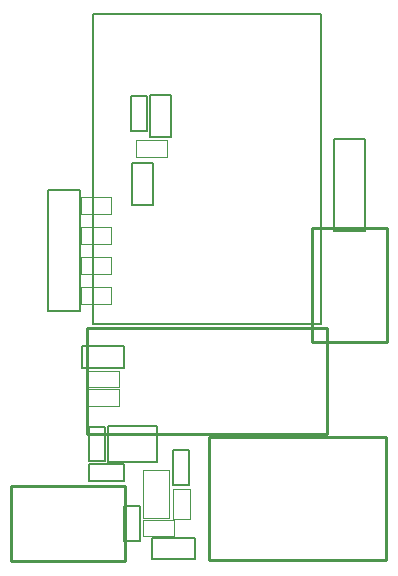
<source format=gbr>
G04*
G04 #@! TF.GenerationSoftware,Altium Limited,Altium Designer,22.4.2 (48)*
G04*
G04 Layer_Color=32768*
%FSLAX44Y44*%
%MOMM*%
G71*
G04*
G04 #@! TF.SameCoordinates,838EBF20-BE27-4DE5-A25A-4BBD7161CD63*
G04*
G04*
G04 #@! TF.FilePolarity,Positive*
G04*
G01*
G75*
%ADD10C,0.2540*%
%ADD11C,0.1270*%
%ADD12C,0.1000*%
D10*
X-16010Y250D02*
X80510D01*
X-16010D02*
X-16010Y63750D01*
X80510Y63750D01*
X80500Y250D02*
Y63750D01*
X48746Y197534D02*
X251854Y197534D01*
X48746Y107952D02*
Y197534D01*
Y107952D02*
X251854Y107952D01*
Y197534D01*
X151260Y1270D02*
X301120D01*
X151260Y105410D02*
X151260Y1270D01*
X301120Y105410D02*
X301120Y1270D01*
X151260Y105410D02*
X301120D01*
X238600Y185420D02*
X302420D01*
Y281940D01*
X238600D02*
X302420D01*
X238600Y185420D02*
Y281940D01*
D11*
X53650Y463240D02*
X246690Y463240D01*
X246690Y200350D02*
X246690Y463240D01*
X53650Y200350D02*
X246690Y200350D01*
X53650Y463240D02*
X53650Y200350D01*
X93218Y17018D02*
X93218Y46482D01*
X79502Y17018D02*
X93218Y17018D01*
X79502Y17018D02*
X79502Y46482D01*
X93218D01*
X50418Y81788D02*
X79882Y81788D01*
X50418Y68072D02*
Y81788D01*
Y68072D02*
X79882D01*
X79882Y81788D02*
X79882Y68072D01*
X50292Y113792D02*
X50292Y84328D01*
X64008D01*
X64008Y113792D01*
X50292D02*
X64008D01*
X66110Y83820D02*
X66110Y114300D01*
X108020Y114300D01*
X108020Y83820D01*
X66110Y83820D02*
X108020Y83820D01*
X103632Y19812D02*
X140208D01*
X140208Y2032D01*
X103632D02*
Y19812D01*
Y2032D02*
X140208D01*
X121412Y93852D02*
X135128D01*
X121412D02*
X121412Y64388D01*
X135128D01*
X135128Y93852D02*
X135128Y64388D01*
X44450Y163576D02*
X80010D01*
X80010Y181864D02*
X80010Y163576D01*
X44450Y181864D02*
X80010Y181864D01*
X44450Y163576D02*
Y181864D01*
X86226Y337380D02*
X104514D01*
Y301820D02*
Y337380D01*
X86226Y301820D02*
X104514D01*
X86226D02*
Y337380D01*
X99568Y364068D02*
Y393532D01*
X85852D02*
X99568D01*
X85852Y364068D02*
Y393532D01*
Y364068D02*
X99568D01*
X101346Y359020D02*
X119634D01*
X101346D02*
Y394580D01*
X119634D01*
Y359020D02*
Y394580D01*
X257187Y279802D02*
X283755D01*
X257187D02*
Y357378D01*
X283824D01*
X283861Y279802D02*
Y357378D01*
X15649Y314452D02*
X42323Y314452D01*
X42323Y211582D01*
X15686Y211582D02*
X42323Y211582D01*
X15649Y211582D02*
Y314452D01*
D12*
X49230Y131430D02*
X49230Y145430D01*
X75230D01*
Y131430D02*
Y145430D01*
X49230Y131430D02*
X75230D01*
X95758Y36068D02*
X117856D01*
X95758D02*
Y76962D01*
X117856D01*
Y36068D02*
Y76962D01*
X95650Y34940D02*
X121650D01*
Y20940D02*
Y34940D01*
X95650Y20940D02*
X121650D01*
X95650D02*
Y34940D01*
X43000Y243190D02*
Y257190D01*
X69000D01*
Y243190D02*
Y257190D01*
X43000Y243190D02*
X69000D01*
X135270Y35380D02*
Y61380D01*
X121270Y35380D02*
X135270D01*
X121270D02*
Y61380D01*
X135270D01*
X75230Y147220D02*
Y161220D01*
X49230Y147220D02*
X75230D01*
X49230Y161220D02*
X49230Y147220D01*
X49230Y161220D02*
X75230D01*
X89870Y342250D02*
Y356250D01*
X115870D01*
Y342250D02*
Y356250D01*
X89870Y342250D02*
X115870D01*
X43000Y293990D02*
Y307990D01*
X69000D01*
Y293990D02*
Y307990D01*
X43000Y293990D02*
X69000D01*
X43000Y217790D02*
X69000D01*
Y231790D01*
X43000D02*
X69000D01*
X43000Y217790D02*
Y231790D01*
Y268590D02*
X69000D01*
Y282590D01*
X43000D02*
X69000D01*
X43000Y268590D02*
Y282590D01*
M02*

</source>
